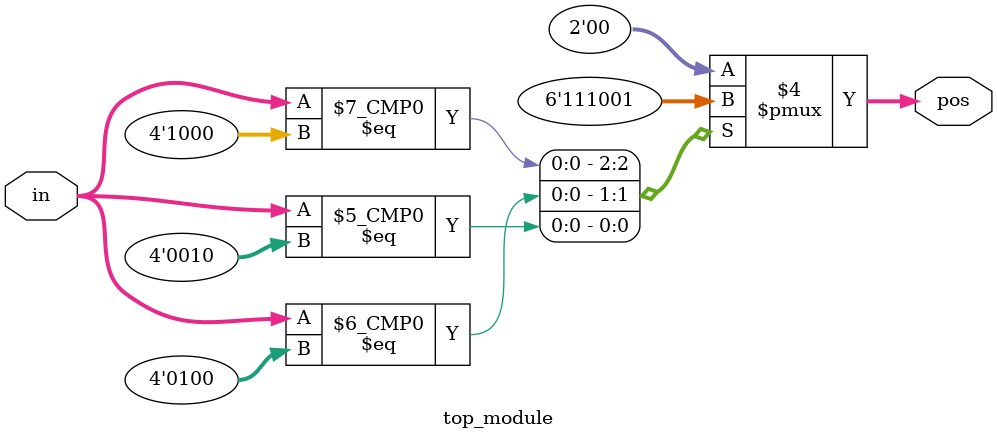
<source format=sv>
module top_module (
    input [3:0] in,
    output reg [1:0] pos
);

always @(*) begin
    case (in)
        4'b1000: pos = 2'b11;
        4'b0100: pos = 2'b10;
        4'b0010: pos = 2'b01;
        4'b0001: pos = 2'b00;
        default: pos = 2'b00;
    endcase
end

endmodule

</source>
